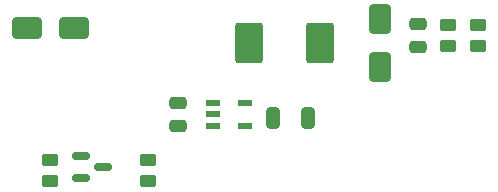
<source format=gtp>
%TF.GenerationSoftware,KiCad,Pcbnew,9.0.6-9.0.6~ubuntu24.04.1*%
%TF.CreationDate,2025-11-30T18:55:52-06:00*%
%TF.ProjectId,solar_power_supply,736f6c61-725f-4706-9f77-65725f737570,v1*%
%TF.SameCoordinates,Original*%
%TF.FileFunction,Paste,Top*%
%TF.FilePolarity,Positive*%
%FSLAX46Y46*%
G04 Gerber Fmt 4.6, Leading zero omitted, Abs format (unit mm)*
G04 Created by KiCad (PCBNEW 9.0.6-9.0.6~ubuntu24.04.1) date 2025-11-30 18:55:52*
%MOMM*%
%LPD*%
G01*
G04 APERTURE LIST*
G04 Aperture macros list*
%AMRoundRect*
0 Rectangle with rounded corners*
0 $1 Rounding radius*
0 $2 $3 $4 $5 $6 $7 $8 $9 X,Y pos of 4 corners*
0 Add a 4 corners polygon primitive as box body*
4,1,4,$2,$3,$4,$5,$6,$7,$8,$9,$2,$3,0*
0 Add four circle primitives for the rounded corners*
1,1,$1+$1,$2,$3*
1,1,$1+$1,$4,$5*
1,1,$1+$1,$6,$7*
1,1,$1+$1,$8,$9*
0 Add four rect primitives between the rounded corners*
20,1,$1+$1,$2,$3,$4,$5,0*
20,1,$1+$1,$4,$5,$6,$7,0*
20,1,$1+$1,$6,$7,$8,$9,0*
20,1,$1+$1,$8,$9,$2,$3,0*%
G04 Aperture macros list end*
%ADD10R,1.181100X0.558800*%
%ADD11RoundRect,0.250000X0.450000X-0.262500X0.450000X0.262500X-0.450000X0.262500X-0.450000X-0.262500X0*%
%ADD12RoundRect,0.150000X-0.587500X-0.150000X0.587500X-0.150000X0.587500X0.150000X-0.587500X0.150000X0*%
%ADD13RoundRect,0.235000X-0.940000X-1.465000X0.940000X-1.465000X0.940000X1.465000X-0.940000X1.465000X0*%
%ADD14RoundRect,0.250000X-1.000000X-0.650000X1.000000X-0.650000X1.000000X0.650000X-1.000000X0.650000X0*%
%ADD15RoundRect,0.250000X0.650000X-1.000000X0.650000X1.000000X-0.650000X1.000000X-0.650000X-1.000000X0*%
%ADD16RoundRect,0.250000X0.475000X-0.250000X0.475000X0.250000X-0.475000X0.250000X-0.475000X-0.250000X0*%
%ADD17RoundRect,0.250000X-0.325000X-0.650000X0.325000X-0.650000X0.325000X0.650000X-0.325000X0.650000X0*%
G04 APERTURE END LIST*
D10*
%TO.C,U1*%
X132524550Y-95249999D03*
X132524550Y-96200000D03*
X132524550Y-97150001D03*
X135255050Y-97150001D03*
X135255050Y-95249999D03*
%TD*%
D11*
%TO.C,R4*%
X118745000Y-101877500D03*
X118745000Y-100052500D03*
%TD*%
%TO.C,R3*%
X127000000Y-101877500D03*
X127000000Y-100052500D03*
%TD*%
%TO.C,R2*%
X154940000Y-90447500D03*
X154940000Y-88622500D03*
%TD*%
%TO.C,R1*%
X152400000Y-90447500D03*
X152400000Y-88622500D03*
%TD*%
D12*
%TO.C,Q1*%
X121315000Y-99695000D03*
X121315000Y-101595000D03*
X123190000Y-100645000D03*
%TD*%
D13*
%TO.C,L1*%
X135555000Y-90170000D03*
X141605000Y-90170000D03*
%TD*%
D14*
%TO.C,D2*%
X116745000Y-88900000D03*
X120745000Y-88900000D03*
%TD*%
D15*
%TO.C,D1*%
X146685000Y-92170000D03*
X146685000Y-88170000D03*
%TD*%
D16*
%TO.C,C3*%
X149860000Y-90485000D03*
X149860000Y-88585000D03*
%TD*%
D17*
%TO.C,C2*%
X137590000Y-96520000D03*
X140540000Y-96520000D03*
%TD*%
D16*
%TO.C,C1*%
X129540000Y-97150000D03*
X129540000Y-95250000D03*
%TD*%
M02*

</source>
